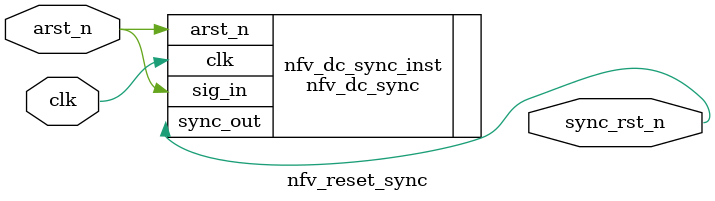
<source format=sv>
module nfv_reset_sync # (

   parameter SYNC_STAGES                              = 3) // Should be 1 or greater

(

   input  wire                                        arst_n, // Asynchronous reset; assumed to be asserted until 'clk' is stable.
   input  wire                                        clk,

   output logic                                       sync_rst_n

);

//-----------------------------------------------------------------------------
//-----------------------------------------------------------------------------
// Declare signals & constants.

   localparam MOD_SYNC_STAGES                         = (SYNC_STAGES == 0) ? 1 : SYNC_STAGES;



//-----------------------------------------------------------------------------
//-----------------------------------------------------------------------------
// Use the 'nfv_dc_sync' module.

   nfv_dc_sync # (   
      .WIDTH                                          (1),
      .RESET_VALUE                                    (1'b0),
      .SYNC_STAGES                                    (MOD_SYNC_STAGES))
   nfv_dc_sync_inst (
      .arst_n                                         (arst_n),
      .clk                                            (clk),
      .sig_in                                         (arst_n),
      .sync_out                                       (sync_rst_n));


endmodule


`default_nettype wire
</source>
